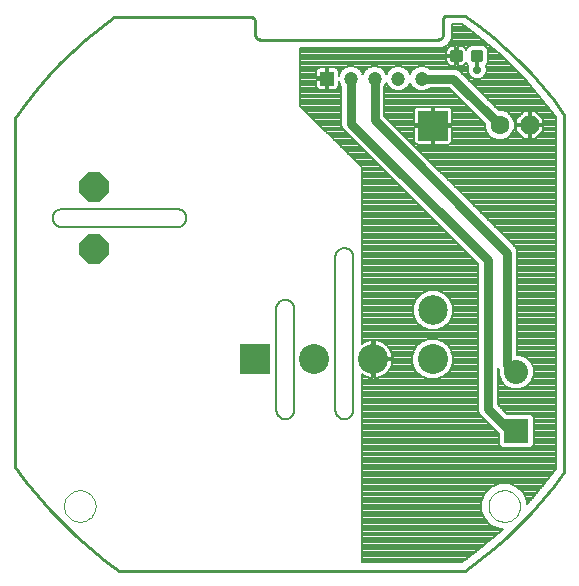
<source format=gbl>
G75*
G70*
%OFA0B0*%
%FSLAX24Y24*%
%IPPOS*%
%LPD*%
%AMOC8*
5,1,8,0,0,1.08239X$1,22.5*
%
%ADD10C,0.0100*%
%ADD11C,0.0000*%
%ADD12C,0.0080*%
%ADD13OC8,0.0984*%
%ADD14C,0.0984*%
%ADD15R,0.0984X0.0984*%
%ADD16R,0.0800X0.0800*%
%ADD17C,0.0800*%
%ADD18R,0.1000X0.1000*%
%ADD19C,0.1000*%
%ADD20R,0.0472X0.0472*%
%ADD21C,0.0472*%
%ADD22C,0.0630*%
%ADD23OC8,0.0630*%
%ADD24C,0.0118*%
%ADD25C,0.0300*%
%ADD26C,0.0140*%
%ADD27C,0.0280*%
D10*
X003600Y000390D02*
X015150Y000390D01*
X018450Y003690D02*
X018450Y015590D01*
X015150Y018890D02*
X014550Y018890D01*
X014527Y018888D01*
X014504Y018883D01*
X014482Y018874D01*
X014462Y018861D01*
X014444Y018846D01*
X014429Y018828D01*
X014416Y018808D01*
X014407Y018786D01*
X014402Y018763D01*
X014400Y018740D01*
X014400Y018240D01*
X014398Y018217D01*
X014393Y018194D01*
X014384Y018172D01*
X014371Y018152D01*
X014356Y018134D01*
X014338Y018119D01*
X014318Y018106D01*
X014296Y018097D01*
X014273Y018092D01*
X014250Y018090D01*
X008300Y018090D01*
X008277Y018092D01*
X008254Y018097D01*
X008232Y018106D01*
X008212Y018119D01*
X008194Y018134D01*
X008179Y018152D01*
X008166Y018172D01*
X008157Y018194D01*
X008152Y018217D01*
X008150Y018240D01*
X008150Y018690D01*
X008148Y018713D01*
X008143Y018736D01*
X008134Y018758D01*
X008121Y018778D01*
X008106Y018796D01*
X008088Y018811D01*
X008068Y018824D01*
X008046Y018833D01*
X008023Y018838D01*
X008000Y018840D01*
X003450Y018840D01*
X000150Y015490D02*
X000150Y003840D01*
X015150Y018890D02*
X015623Y018543D01*
X016080Y018176D01*
X016521Y017790D01*
X016944Y017384D01*
X017350Y016961D01*
X017736Y016520D01*
X018103Y016063D01*
X018450Y015590D01*
X003600Y000390D02*
X003106Y000752D01*
X002627Y001136D01*
X002167Y001540D01*
X001724Y001964D01*
X001300Y002407D01*
X000896Y002867D01*
X000512Y003346D01*
X000150Y003840D01*
X015150Y000390D02*
X015623Y000737D01*
X016080Y001104D01*
X016521Y001490D01*
X016944Y001896D01*
X017350Y002319D01*
X017736Y002760D01*
X018103Y003217D01*
X018450Y003690D01*
X003450Y018840D02*
X002976Y018487D01*
X002518Y018114D01*
X002077Y017721D01*
X001653Y017309D01*
X001248Y016879D01*
X000862Y016432D01*
X000495Y015969D01*
X000150Y015490D01*
D11*
X001775Y002540D02*
X001777Y002585D01*
X001783Y002630D01*
X001792Y002674D01*
X001806Y002717D01*
X001823Y002759D01*
X001843Y002799D01*
X001867Y002838D01*
X001895Y002874D01*
X001925Y002907D01*
X001958Y002938D01*
X001993Y002966D01*
X002031Y002991D01*
X002071Y003012D01*
X002112Y003030D01*
X002155Y003045D01*
X002199Y003055D01*
X002244Y003062D01*
X002289Y003065D01*
X002334Y003064D01*
X002379Y003059D01*
X002423Y003050D01*
X002467Y003038D01*
X002509Y003022D01*
X002549Y003002D01*
X002588Y002979D01*
X002625Y002952D01*
X002659Y002923D01*
X002691Y002891D01*
X002719Y002856D01*
X002745Y002819D01*
X002767Y002779D01*
X002786Y002738D01*
X002801Y002696D01*
X002813Y002652D01*
X002821Y002608D01*
X002825Y002563D01*
X002825Y002517D01*
X002821Y002472D01*
X002813Y002428D01*
X002801Y002384D01*
X002786Y002342D01*
X002767Y002301D01*
X002745Y002261D01*
X002719Y002224D01*
X002691Y002189D01*
X002659Y002157D01*
X002625Y002128D01*
X002588Y002101D01*
X002549Y002078D01*
X002509Y002058D01*
X002467Y002042D01*
X002423Y002030D01*
X002379Y002021D01*
X002334Y002016D01*
X002289Y002015D01*
X002244Y002018D01*
X002199Y002025D01*
X002155Y002035D01*
X002112Y002050D01*
X002071Y002068D01*
X002031Y002089D01*
X001993Y002114D01*
X001958Y002142D01*
X001925Y002173D01*
X001895Y002206D01*
X001867Y002242D01*
X001843Y002281D01*
X001823Y002321D01*
X001806Y002363D01*
X001792Y002406D01*
X001783Y002450D01*
X001777Y002495D01*
X001775Y002540D01*
X015925Y002540D02*
X015927Y002585D01*
X015933Y002630D01*
X015942Y002674D01*
X015956Y002717D01*
X015973Y002759D01*
X015993Y002799D01*
X016017Y002838D01*
X016045Y002874D01*
X016075Y002907D01*
X016108Y002938D01*
X016143Y002966D01*
X016181Y002991D01*
X016221Y003012D01*
X016262Y003030D01*
X016305Y003045D01*
X016349Y003055D01*
X016394Y003062D01*
X016439Y003065D01*
X016484Y003064D01*
X016529Y003059D01*
X016573Y003050D01*
X016617Y003038D01*
X016659Y003022D01*
X016699Y003002D01*
X016738Y002979D01*
X016775Y002952D01*
X016809Y002923D01*
X016841Y002891D01*
X016869Y002856D01*
X016895Y002819D01*
X016917Y002779D01*
X016936Y002738D01*
X016951Y002696D01*
X016963Y002652D01*
X016971Y002608D01*
X016975Y002563D01*
X016975Y002517D01*
X016971Y002472D01*
X016963Y002428D01*
X016951Y002384D01*
X016936Y002342D01*
X016917Y002301D01*
X016895Y002261D01*
X016869Y002224D01*
X016841Y002189D01*
X016809Y002157D01*
X016775Y002128D01*
X016738Y002101D01*
X016699Y002078D01*
X016659Y002058D01*
X016617Y002042D01*
X016573Y002030D01*
X016529Y002021D01*
X016484Y002016D01*
X016439Y002015D01*
X016394Y002018D01*
X016349Y002025D01*
X016305Y002035D01*
X016262Y002050D01*
X016221Y002068D01*
X016181Y002089D01*
X016143Y002114D01*
X016108Y002142D01*
X016075Y002173D01*
X016045Y002206D01*
X016017Y002242D01*
X015993Y002281D01*
X015973Y002321D01*
X015956Y002363D01*
X015942Y002406D01*
X015933Y002450D01*
X015927Y002495D01*
X015925Y002540D01*
D12*
X015685Y002510D02*
X011700Y002510D01*
X011700Y002588D02*
X015685Y002588D01*
X015685Y002667D02*
X011700Y002667D01*
X011700Y002745D02*
X015707Y002745D01*
X015685Y002692D02*
X015685Y002388D01*
X015801Y002107D01*
X016017Y001891D01*
X016298Y001775D01*
X016396Y001775D01*
X016325Y001704D01*
X015446Y000967D01*
X015446Y000967D01*
X015055Y000680D01*
X011700Y000680D01*
X011700Y006931D01*
X011732Y006907D01*
X011805Y006865D01*
X011882Y006833D01*
X011963Y006811D01*
X012047Y006800D01*
X012049Y006800D01*
X012049Y007400D01*
X012129Y007400D01*
X012129Y007480D01*
X012729Y007480D01*
X012729Y007482D01*
X012718Y007565D01*
X012696Y007646D01*
X012664Y007724D01*
X012622Y007796D01*
X012571Y007863D01*
X012511Y007922D01*
X012445Y007973D01*
X012372Y008015D01*
X012295Y008047D01*
X012214Y008069D01*
X012130Y008080D01*
X012129Y008080D01*
X012129Y007480D01*
X012049Y007480D01*
X012049Y008080D01*
X012047Y008080D01*
X011963Y008069D01*
X011882Y008047D01*
X011805Y008015D01*
X011732Y007973D01*
X011700Y007949D01*
X011700Y013840D01*
X009650Y015890D01*
X009650Y017800D01*
X014368Y017800D01*
X014572Y017918D01*
X014690Y018122D01*
X014690Y018600D01*
X015055Y018600D01*
X015446Y018313D01*
X016325Y017576D01*
X017136Y016765D01*
X017873Y015886D01*
X018160Y015495D01*
X018160Y003785D01*
X017873Y003394D01*
X017215Y002609D01*
X017215Y002692D01*
X017099Y002973D01*
X016883Y003189D01*
X016602Y003305D01*
X016298Y003305D01*
X016017Y003189D01*
X015801Y002973D01*
X015685Y002692D01*
X015739Y002824D02*
X011700Y002824D01*
X011700Y002902D02*
X015772Y002902D01*
X015809Y002981D02*
X011700Y002981D01*
X011700Y003059D02*
X015887Y003059D01*
X015966Y003138D02*
X011700Y003138D01*
X011700Y003216D02*
X016083Y003216D01*
X016273Y003295D02*
X011700Y003295D01*
X011700Y003373D02*
X017856Y003373D01*
X017916Y003452D02*
X011700Y003452D01*
X011700Y003530D02*
X017973Y003530D01*
X018031Y003609D02*
X011700Y003609D01*
X011700Y003687D02*
X018088Y003687D01*
X018146Y003766D02*
X011700Y003766D01*
X011700Y003844D02*
X018160Y003844D01*
X018160Y003923D02*
X011700Y003923D01*
X011700Y004001D02*
X018160Y004001D01*
X018160Y004080D02*
X011700Y004080D01*
X011700Y004158D02*
X018160Y004158D01*
X018160Y004237D02*
X011700Y004237D01*
X011700Y004315D02*
X018160Y004315D01*
X018160Y004394D02*
X011700Y004394D01*
X011700Y004472D02*
X016367Y004472D01*
X016377Y004462D02*
X017326Y004462D01*
X017431Y004567D01*
X017431Y005517D01*
X017326Y005622D01*
X016535Y005622D01*
X016230Y005927D01*
X016230Y007150D01*
X016270Y007053D01*
X016271Y007052D01*
X016271Y006895D01*
X016359Y006682D01*
X016523Y006519D01*
X016736Y006431D01*
X016967Y006431D01*
X017180Y006519D01*
X017343Y006682D01*
X017431Y006895D01*
X017431Y007126D01*
X017343Y007339D01*
X017180Y007502D01*
X016967Y007591D01*
X016880Y007591D01*
X016880Y011056D01*
X016830Y011177D01*
X012455Y015552D01*
X012455Y016531D01*
X012478Y016554D01*
X012519Y016653D01*
X012559Y016554D01*
X012676Y016437D01*
X012829Y016374D01*
X012995Y016374D01*
X013148Y016437D01*
X013265Y016554D01*
X013306Y016653D01*
X013347Y016554D01*
X013464Y016437D01*
X013617Y016374D01*
X013782Y016374D01*
X013935Y016437D01*
X013958Y016460D01*
X014613Y016460D01*
X015805Y015268D01*
X015805Y015142D01*
X015880Y014960D01*
X016020Y014820D01*
X016202Y014745D01*
X016398Y014745D01*
X016580Y014820D01*
X016720Y014960D01*
X016795Y015142D01*
X016795Y015338D01*
X016720Y015520D01*
X016580Y015660D01*
X016398Y015735D01*
X016272Y015735D01*
X014937Y017070D01*
X014816Y017120D01*
X013958Y017120D01*
X013935Y017143D01*
X013782Y017206D01*
X013617Y017206D01*
X013464Y017143D01*
X013347Y017026D01*
X013306Y016927D01*
X013265Y017026D01*
X013148Y017143D01*
X012995Y017206D01*
X012829Y017206D01*
X012676Y017143D01*
X012559Y017026D01*
X012519Y016927D01*
X012478Y017026D01*
X012361Y017143D01*
X012208Y017206D01*
X012042Y017206D01*
X011889Y017143D01*
X011772Y017026D01*
X011731Y016927D01*
X011690Y017026D01*
X011573Y017143D01*
X011420Y017206D01*
X011255Y017206D01*
X011102Y017143D01*
X010985Y017026D01*
X010926Y016885D01*
X010926Y017045D01*
X010917Y017080D01*
X010898Y017112D01*
X010872Y017138D01*
X010840Y017157D01*
X010805Y017166D01*
X010589Y017166D01*
X010589Y016829D01*
X010511Y016829D01*
X010511Y017166D01*
X010295Y017166D01*
X010260Y017157D01*
X010228Y017138D01*
X010202Y017112D01*
X010183Y017080D01*
X010174Y017045D01*
X010174Y016829D01*
X010511Y016829D01*
X010511Y016751D01*
X010589Y016751D01*
X010589Y016414D01*
X010805Y016414D01*
X010840Y016423D01*
X010872Y016442D01*
X010898Y016468D01*
X010917Y016500D01*
X010926Y016535D01*
X010926Y016695D01*
X010985Y016554D01*
X011020Y016519D01*
X011020Y015224D01*
X011070Y015103D01*
X011163Y015010D01*
X015570Y010603D01*
X015570Y005724D01*
X015620Y005603D01*
X015713Y005510D01*
X016271Y004952D01*
X016271Y004567D01*
X016377Y004462D01*
X016288Y004551D02*
X011700Y004551D01*
X011700Y004629D02*
X016271Y004629D01*
X016271Y004708D02*
X011700Y004708D01*
X011700Y004786D02*
X016271Y004786D01*
X016271Y004865D02*
X011700Y004865D01*
X011700Y004943D02*
X016271Y004943D01*
X016202Y005022D02*
X011700Y005022D01*
X011700Y005100D02*
X016123Y005100D01*
X016045Y005179D02*
X011700Y005179D01*
X011700Y005257D02*
X015966Y005257D01*
X015888Y005336D02*
X011700Y005336D01*
X011700Y005414D02*
X015809Y005414D01*
X015731Y005493D02*
X011700Y005493D01*
X011700Y005571D02*
X015652Y005571D01*
X015601Y005650D02*
X011700Y005650D01*
X011700Y005728D02*
X015570Y005728D01*
X015570Y005807D02*
X011700Y005807D01*
X011700Y005885D02*
X015570Y005885D01*
X015570Y005964D02*
X011700Y005964D01*
X011700Y006042D02*
X015570Y006042D01*
X015570Y006121D02*
X011700Y006121D01*
X011700Y006199D02*
X015570Y006199D01*
X015570Y006278D02*
X011700Y006278D01*
X011700Y006356D02*
X015570Y006356D01*
X015570Y006435D02*
X011700Y006435D01*
X011700Y006513D02*
X015570Y006513D01*
X015570Y006592D02*
X011700Y006592D01*
X011700Y006670D02*
X015570Y006670D01*
X015570Y006749D02*
X011700Y006749D01*
X011700Y006827D02*
X011903Y006827D01*
X012049Y006827D02*
X012129Y006827D01*
X012129Y006800D02*
X012130Y006800D01*
X012214Y006811D01*
X012295Y006833D01*
X012372Y006865D01*
X012445Y006907D01*
X012511Y006958D01*
X012571Y007017D01*
X012622Y007084D01*
X012664Y007156D01*
X012696Y007234D01*
X012718Y007315D01*
X012729Y007398D01*
X012729Y007400D01*
X012129Y007400D01*
X012129Y006800D01*
X012129Y006906D02*
X012049Y006906D01*
X012049Y006984D02*
X012129Y006984D01*
X012129Y007063D02*
X012049Y007063D01*
X012049Y007141D02*
X012129Y007141D01*
X012129Y007220D02*
X012049Y007220D01*
X012049Y007298D02*
X012129Y007298D01*
X012129Y007377D02*
X012049Y007377D01*
X012129Y007455D02*
X013377Y007455D01*
X013377Y007377D02*
X012726Y007377D01*
X012713Y007298D02*
X013380Y007298D01*
X013377Y007305D02*
X013481Y007055D01*
X013672Y006864D01*
X013922Y006760D01*
X014192Y006760D01*
X014442Y006864D01*
X014633Y007055D01*
X014737Y007305D01*
X014737Y007575D01*
X014633Y007825D01*
X014442Y008016D01*
X014192Y008120D01*
X013922Y008120D01*
X013672Y008016D01*
X013481Y007825D01*
X013377Y007575D01*
X013377Y007305D01*
X013412Y007220D02*
X012690Y007220D01*
X012655Y007141D02*
X013445Y007141D01*
X013477Y007063D02*
X012606Y007063D01*
X012538Y006984D02*
X013551Y006984D01*
X013630Y006906D02*
X012443Y006906D01*
X012274Y006827D02*
X013760Y006827D01*
X014354Y006827D02*
X015570Y006827D01*
X015570Y006906D02*
X014484Y006906D01*
X014563Y006984D02*
X015570Y006984D01*
X015570Y007063D02*
X014637Y007063D01*
X014669Y007141D02*
X015570Y007141D01*
X015570Y007220D02*
X014702Y007220D01*
X014734Y007298D02*
X015570Y007298D01*
X015570Y007377D02*
X014737Y007377D01*
X014737Y007455D02*
X015570Y007455D01*
X015570Y007534D02*
X014737Y007534D01*
X014722Y007612D02*
X015570Y007612D01*
X015570Y007691D02*
X014689Y007691D01*
X014657Y007769D02*
X015570Y007769D01*
X015570Y007848D02*
X014611Y007848D01*
X014533Y007926D02*
X015570Y007926D01*
X015570Y008005D02*
X014454Y008005D01*
X014282Y008083D02*
X015570Y008083D01*
X015570Y008162D02*
X011700Y008162D01*
X011700Y008240D02*
X015570Y008240D01*
X015570Y008319D02*
X011700Y008319D01*
X011700Y008397D02*
X015570Y008397D01*
X015570Y008476D02*
X014395Y008476D01*
X014453Y008500D02*
X014642Y008689D01*
X014745Y008936D01*
X014745Y009203D01*
X014642Y009450D01*
X014453Y009639D01*
X014206Y009742D01*
X013939Y009742D01*
X013692Y009639D01*
X013503Y009450D01*
X013400Y009203D01*
X013400Y008936D01*
X013503Y008689D01*
X013692Y008500D01*
X013939Y008397D01*
X014206Y008397D01*
X014453Y008500D01*
X014507Y008554D02*
X015570Y008554D01*
X015570Y008633D02*
X014586Y008633D01*
X014651Y008711D02*
X015570Y008711D01*
X015570Y008790D02*
X014684Y008790D01*
X014716Y008868D02*
X015570Y008868D01*
X015570Y008947D02*
X014745Y008947D01*
X014745Y009025D02*
X015570Y009025D01*
X015570Y009104D02*
X014745Y009104D01*
X014745Y009182D02*
X015570Y009182D01*
X015570Y009261D02*
X014721Y009261D01*
X014688Y009339D02*
X015570Y009339D01*
X015570Y009418D02*
X014656Y009418D01*
X014596Y009496D02*
X015570Y009496D01*
X015570Y009575D02*
X014518Y009575D01*
X014420Y009653D02*
X015570Y009653D01*
X015570Y009732D02*
X014231Y009732D01*
X013914Y009732D02*
X011700Y009732D01*
X011700Y009810D02*
X015570Y009810D01*
X015570Y009889D02*
X011700Y009889D01*
X011700Y009967D02*
X015570Y009967D01*
X015570Y010046D02*
X011700Y010046D01*
X011700Y010124D02*
X015570Y010124D01*
X015570Y010203D02*
X011700Y010203D01*
X011700Y010281D02*
X015570Y010281D01*
X015570Y010360D02*
X011700Y010360D01*
X011700Y010438D02*
X015570Y010438D01*
X015570Y010517D02*
X011700Y010517D01*
X011700Y010595D02*
X015570Y010595D01*
X015500Y010674D02*
X011700Y010674D01*
X011700Y010752D02*
X015421Y010752D01*
X015343Y010831D02*
X011700Y010831D01*
X011700Y010909D02*
X015264Y010909D01*
X015186Y010988D02*
X011700Y010988D01*
X011700Y011066D02*
X015107Y011066D01*
X015029Y011145D02*
X011700Y011145D01*
X011700Y011223D02*
X014950Y011223D01*
X014872Y011302D02*
X011700Y011302D01*
X011700Y011380D02*
X014793Y011380D01*
X014715Y011459D02*
X011700Y011459D01*
X011700Y011537D02*
X014636Y011537D01*
X014558Y011616D02*
X011700Y011616D01*
X011700Y011694D02*
X014479Y011694D01*
X014401Y011773D02*
X011700Y011773D01*
X011700Y011851D02*
X014322Y011851D01*
X014244Y011930D02*
X011700Y011930D01*
X011700Y012008D02*
X014165Y012008D01*
X014087Y012087D02*
X011700Y012087D01*
X011700Y012165D02*
X014008Y012165D01*
X013930Y012244D02*
X011700Y012244D01*
X011700Y012322D02*
X013851Y012322D01*
X013773Y012401D02*
X011700Y012401D01*
X011700Y012479D02*
X013694Y012479D01*
X013616Y012558D02*
X011700Y012558D01*
X011700Y012636D02*
X013537Y012636D01*
X013459Y012715D02*
X011700Y012715D01*
X011700Y012793D02*
X013380Y012793D01*
X013302Y012872D02*
X011700Y012872D01*
X011700Y012950D02*
X013223Y012950D01*
X013145Y013029D02*
X011700Y013029D01*
X011700Y013107D02*
X013066Y013107D01*
X012988Y013186D02*
X011700Y013186D01*
X011700Y013264D02*
X012909Y013264D01*
X012831Y013343D02*
X011700Y013343D01*
X011700Y013421D02*
X012752Y013421D01*
X012674Y013500D02*
X011700Y013500D01*
X011700Y013578D02*
X012595Y013578D01*
X012517Y013657D02*
X011700Y013657D01*
X011700Y013735D02*
X012438Y013735D01*
X012360Y013814D02*
X011700Y013814D01*
X011648Y013892D02*
X012281Y013892D01*
X012203Y013971D02*
X011569Y013971D01*
X011491Y014049D02*
X012124Y014049D01*
X012046Y014128D02*
X011412Y014128D01*
X011334Y014206D02*
X011967Y014206D01*
X011889Y014285D02*
X011255Y014285D01*
X011177Y014363D02*
X011810Y014363D01*
X011732Y014442D02*
X011098Y014442D01*
X011020Y014520D02*
X011653Y014520D01*
X011575Y014599D02*
X010941Y014599D01*
X010863Y014677D02*
X011496Y014677D01*
X011418Y014756D02*
X010784Y014756D01*
X010706Y014834D02*
X011339Y014834D01*
X011261Y014913D02*
X010627Y014913D01*
X010549Y014991D02*
X011182Y014991D01*
X011104Y015070D02*
X010470Y015070D01*
X010392Y015148D02*
X011052Y015148D01*
X011020Y015227D02*
X010313Y015227D01*
X010235Y015305D02*
X011020Y015305D01*
X011020Y015384D02*
X010156Y015384D01*
X010078Y015462D02*
X011020Y015462D01*
X011020Y015541D02*
X009999Y015541D01*
X009921Y015619D02*
X011020Y015619D01*
X011020Y015698D02*
X009842Y015698D01*
X009764Y015776D02*
X011020Y015776D01*
X011020Y015855D02*
X009685Y015855D01*
X009650Y015933D02*
X011020Y015933D01*
X011020Y016012D02*
X009650Y016012D01*
X009650Y016090D02*
X011020Y016090D01*
X011020Y016169D02*
X009650Y016169D01*
X009650Y016247D02*
X011020Y016247D01*
X011020Y016326D02*
X009650Y016326D01*
X009650Y016404D02*
X011020Y016404D01*
X011020Y016483D02*
X010907Y016483D01*
X010926Y016561D02*
X010982Y016561D01*
X010949Y016640D02*
X010926Y016640D01*
X010926Y016954D02*
X010955Y016954D01*
X010926Y017032D02*
X010991Y017032D01*
X011069Y017111D02*
X010899Y017111D01*
X011213Y017189D02*
X009650Y017189D01*
X009650Y017111D02*
X010201Y017111D01*
X010174Y017032D02*
X009650Y017032D01*
X009650Y016954D02*
X010174Y016954D01*
X010174Y016875D02*
X009650Y016875D01*
X009650Y016797D02*
X010511Y016797D01*
X010511Y016751D02*
X010174Y016751D01*
X010174Y016535D01*
X010183Y016500D01*
X010202Y016468D01*
X010228Y016442D01*
X010260Y016423D01*
X010295Y016414D01*
X010511Y016414D01*
X010511Y016751D01*
X010511Y016718D02*
X010589Y016718D01*
X010589Y016640D02*
X010511Y016640D01*
X010511Y016561D02*
X010589Y016561D01*
X010589Y016483D02*
X010511Y016483D01*
X010193Y016483D02*
X009650Y016483D01*
X009650Y016561D02*
X010174Y016561D01*
X010174Y016640D02*
X009650Y016640D01*
X009650Y016718D02*
X010174Y016718D01*
X010511Y016875D02*
X010589Y016875D01*
X010589Y016954D02*
X010511Y016954D01*
X010511Y017032D02*
X010589Y017032D01*
X010589Y017111D02*
X010511Y017111D01*
X009650Y017268D02*
X014570Y017268D01*
X014558Y017280D02*
X014595Y017243D01*
X014640Y017217D01*
X014691Y017203D01*
X014815Y017203D01*
X014815Y017500D01*
X014895Y017500D01*
X014895Y017203D01*
X015019Y017203D01*
X015069Y017217D01*
X015115Y017243D01*
X015152Y017280D01*
X015178Y017325D01*
X015179Y017329D01*
X015205Y017267D01*
X015256Y017216D01*
X015230Y017154D01*
X015230Y017026D01*
X015279Y016909D01*
X015369Y016819D01*
X015486Y016770D01*
X015614Y016770D01*
X015731Y016819D01*
X015821Y016909D01*
X015870Y017026D01*
X015870Y017154D01*
X015841Y017223D01*
X015886Y017267D01*
X015922Y017355D01*
X015922Y017725D01*
X015886Y017813D01*
X015818Y017880D01*
X015731Y017917D01*
X015360Y017917D01*
X015272Y017880D01*
X015205Y017813D01*
X015179Y017751D01*
X015178Y017755D01*
X015152Y017800D01*
X015115Y017837D01*
X015069Y017863D01*
X015019Y017877D01*
X014895Y017877D01*
X014895Y017580D01*
X014815Y017580D01*
X014815Y017877D01*
X014691Y017877D01*
X014640Y017863D01*
X014595Y017837D01*
X014558Y017800D01*
X014531Y017755D01*
X014518Y017704D01*
X014518Y017580D01*
X014815Y017580D01*
X014815Y017500D01*
X014518Y017500D01*
X014518Y017376D01*
X014531Y017325D01*
X014558Y017280D01*
X014526Y017346D02*
X009650Y017346D01*
X009650Y017425D02*
X014518Y017425D01*
X014518Y017582D02*
X009650Y017582D01*
X009650Y017660D02*
X014518Y017660D01*
X014527Y017739D02*
X009650Y017739D01*
X009650Y017503D02*
X014815Y017503D01*
X014815Y017425D02*
X014895Y017425D01*
X014895Y017346D02*
X014815Y017346D01*
X014815Y017268D02*
X014895Y017268D01*
X014838Y017111D02*
X015230Y017111D01*
X015230Y017032D02*
X014975Y017032D01*
X015053Y016954D02*
X015260Y016954D01*
X015312Y016875D02*
X015132Y016875D01*
X015210Y016797D02*
X015422Y016797D01*
X015289Y016718D02*
X017175Y016718D01*
X017241Y016640D02*
X015367Y016640D01*
X015446Y016561D02*
X017307Y016561D01*
X017373Y016483D02*
X015524Y016483D01*
X015603Y016404D02*
X017439Y016404D01*
X017505Y016326D02*
X015681Y016326D01*
X015760Y016247D02*
X017571Y016247D01*
X017636Y016169D02*
X015838Y016169D01*
X015917Y016090D02*
X017702Y016090D01*
X017768Y016012D02*
X015995Y016012D01*
X016074Y015933D02*
X017834Y015933D01*
X017897Y015855D02*
X016152Y015855D01*
X016231Y015776D02*
X017954Y015776D01*
X018012Y015698D02*
X016489Y015698D01*
X016621Y015619D02*
X017036Y015619D01*
X017112Y015695D02*
X016845Y015428D01*
X016845Y015280D01*
X017260Y015280D01*
X017260Y015695D01*
X017112Y015695D01*
X017260Y015619D02*
X017340Y015619D01*
X017340Y015695D02*
X017488Y015695D01*
X017755Y015428D01*
X017755Y015280D01*
X017340Y015280D01*
X017340Y015200D01*
X017755Y015200D01*
X017755Y015052D01*
X017488Y014785D01*
X017340Y014785D01*
X017340Y015200D01*
X017260Y015200D01*
X017260Y014785D01*
X017112Y014785D01*
X016845Y015052D01*
X016845Y015200D01*
X017260Y015200D01*
X017260Y015280D01*
X017340Y015280D01*
X017340Y015695D01*
X017340Y015541D02*
X017260Y015541D01*
X017260Y015462D02*
X017340Y015462D01*
X017340Y015384D02*
X017260Y015384D01*
X017260Y015305D02*
X017340Y015305D01*
X017340Y015227D02*
X018160Y015227D01*
X018160Y015305D02*
X017755Y015305D01*
X017755Y015384D02*
X018160Y015384D01*
X018160Y015462D02*
X017721Y015462D01*
X017643Y015541D02*
X018127Y015541D01*
X018069Y015619D02*
X017564Y015619D01*
X017260Y015227D02*
X016795Y015227D01*
X016795Y015305D02*
X016845Y015305D01*
X016845Y015384D02*
X016776Y015384D01*
X016744Y015462D02*
X016879Y015462D01*
X016957Y015541D02*
X016699Y015541D01*
X016795Y015148D02*
X016845Y015148D01*
X016845Y015070D02*
X016765Y015070D01*
X016733Y014991D02*
X016905Y014991D01*
X016984Y014913D02*
X016673Y014913D01*
X016594Y014834D02*
X017062Y014834D01*
X017260Y014834D02*
X017340Y014834D01*
X017340Y014913D02*
X017260Y014913D01*
X017260Y014991D02*
X017340Y014991D01*
X017340Y015070D02*
X017260Y015070D01*
X017260Y015148D02*
X017340Y015148D01*
X017616Y014913D02*
X018160Y014913D01*
X018160Y014991D02*
X017695Y014991D01*
X017755Y015070D02*
X018160Y015070D01*
X018160Y015148D02*
X017755Y015148D01*
X017538Y014834D02*
X018160Y014834D01*
X018160Y014756D02*
X016424Y014756D01*
X016176Y014756D02*
X014705Y014756D01*
X014705Y014713D02*
X014705Y015183D01*
X014112Y015183D01*
X014112Y014591D01*
X014583Y014591D01*
X014619Y014600D01*
X014651Y014619D01*
X014677Y014645D01*
X014695Y014677D01*
X018160Y014677D01*
X018160Y014599D02*
X014611Y014599D01*
X014695Y014677D02*
X014705Y014713D01*
X014705Y014834D02*
X016006Y014834D01*
X015927Y014913D02*
X014705Y014913D01*
X014705Y014991D02*
X015867Y014991D01*
X015835Y015070D02*
X014705Y015070D01*
X014705Y015148D02*
X015805Y015148D01*
X015805Y015227D02*
X014112Y015227D01*
X014112Y015263D02*
X014112Y015183D01*
X014032Y015183D01*
X013440Y015183D01*
X013440Y014713D01*
X013450Y014677D01*
X013468Y014645D01*
X013494Y014619D01*
X013526Y014600D01*
X013562Y014591D01*
X014032Y014591D01*
X014032Y015183D01*
X014032Y015263D01*
X013440Y015263D01*
X013440Y015734D01*
X013450Y015769D01*
X013468Y015801D01*
X013494Y015827D01*
X013526Y015846D01*
X013562Y015855D01*
X014032Y015855D01*
X014032Y015263D01*
X014112Y015263D01*
X014112Y015855D01*
X014583Y015855D01*
X014619Y015846D01*
X014651Y015827D01*
X014677Y015801D01*
X014695Y015769D01*
X014705Y015734D01*
X014705Y015263D01*
X014112Y015263D01*
X014112Y015305D02*
X014032Y015305D01*
X014032Y015227D02*
X012780Y015227D01*
X012702Y015305D02*
X013440Y015305D01*
X013440Y015384D02*
X012623Y015384D01*
X012545Y015462D02*
X013440Y015462D01*
X013440Y015541D02*
X012466Y015541D01*
X012455Y015619D02*
X013440Y015619D01*
X013440Y015698D02*
X012455Y015698D01*
X012455Y015776D02*
X013454Y015776D01*
X013559Y015855D02*
X012455Y015855D01*
X012455Y015933D02*
X015140Y015933D01*
X015062Y016012D02*
X012455Y016012D01*
X012455Y016090D02*
X014983Y016090D01*
X014905Y016169D02*
X012455Y016169D01*
X012455Y016247D02*
X014826Y016247D01*
X014748Y016326D02*
X012455Y016326D01*
X012455Y016404D02*
X012756Y016404D01*
X012631Y016483D02*
X012455Y016483D01*
X012480Y016561D02*
X012557Y016561D01*
X012524Y016640D02*
X012513Y016640D01*
X012508Y016954D02*
X012529Y016954D01*
X012566Y017032D02*
X012471Y017032D01*
X012393Y017111D02*
X012644Y017111D01*
X012788Y017189D02*
X012249Y017189D01*
X012001Y017189D02*
X011462Y017189D01*
X011605Y017111D02*
X011857Y017111D01*
X011778Y017032D02*
X011684Y017032D01*
X011720Y016954D02*
X011742Y016954D01*
X013036Y017189D02*
X013575Y017189D01*
X013432Y017111D02*
X013180Y017111D01*
X013259Y017032D02*
X013353Y017032D01*
X013317Y016954D02*
X013295Y016954D01*
X013300Y016640D02*
X013311Y016640D01*
X013344Y016561D02*
X013268Y016561D01*
X013193Y016483D02*
X013418Y016483D01*
X013544Y016404D02*
X013068Y016404D01*
X013855Y016404D02*
X014669Y016404D01*
X014585Y015855D02*
X015219Y015855D01*
X015297Y015776D02*
X014691Y015776D01*
X014705Y015698D02*
X015376Y015698D01*
X015454Y015619D02*
X014705Y015619D01*
X014705Y015541D02*
X015533Y015541D01*
X015611Y015462D02*
X014705Y015462D01*
X014705Y015384D02*
X015690Y015384D01*
X015768Y015305D02*
X014705Y015305D01*
X014112Y015384D02*
X014032Y015384D01*
X014032Y015462D02*
X014112Y015462D01*
X014112Y015541D02*
X014032Y015541D01*
X014032Y015619D02*
X014112Y015619D01*
X014112Y015698D02*
X014032Y015698D01*
X014032Y015776D02*
X014112Y015776D01*
X014112Y015855D02*
X014032Y015855D01*
X014032Y015148D02*
X014112Y015148D01*
X014112Y015070D02*
X014032Y015070D01*
X014032Y014991D02*
X014112Y014991D01*
X014112Y014913D02*
X014032Y014913D01*
X014032Y014834D02*
X014112Y014834D01*
X014112Y014756D02*
X014032Y014756D01*
X014032Y014677D02*
X014112Y014677D01*
X014112Y014599D02*
X014032Y014599D01*
X013722Y014285D02*
X018160Y014285D01*
X018160Y014363D02*
X013644Y014363D01*
X013565Y014442D02*
X018160Y014442D01*
X018160Y014520D02*
X013487Y014520D01*
X013534Y014599D02*
X013408Y014599D01*
X013450Y014677D02*
X013330Y014677D01*
X013251Y014756D02*
X013440Y014756D01*
X013440Y014834D02*
X013173Y014834D01*
X013094Y014913D02*
X013440Y014913D01*
X013440Y014991D02*
X013016Y014991D01*
X012937Y015070D02*
X013440Y015070D01*
X013440Y015148D02*
X012859Y015148D01*
X013801Y014206D02*
X018160Y014206D01*
X018160Y014128D02*
X013879Y014128D01*
X013958Y014049D02*
X018160Y014049D01*
X018160Y013971D02*
X014036Y013971D01*
X014115Y013892D02*
X018160Y013892D01*
X018160Y013814D02*
X014193Y013814D01*
X014272Y013735D02*
X018160Y013735D01*
X018160Y013657D02*
X014350Y013657D01*
X014429Y013578D02*
X018160Y013578D01*
X018160Y013500D02*
X014507Y013500D01*
X014586Y013421D02*
X018160Y013421D01*
X018160Y013343D02*
X014664Y013343D01*
X014743Y013264D02*
X018160Y013264D01*
X018160Y013186D02*
X014821Y013186D01*
X014900Y013107D02*
X018160Y013107D01*
X018160Y013029D02*
X014978Y013029D01*
X015057Y012950D02*
X018160Y012950D01*
X018160Y012872D02*
X015135Y012872D01*
X015214Y012793D02*
X018160Y012793D01*
X018160Y012715D02*
X015292Y012715D01*
X015371Y012636D02*
X018160Y012636D01*
X018160Y012558D02*
X015449Y012558D01*
X015528Y012479D02*
X018160Y012479D01*
X018160Y012401D02*
X015606Y012401D01*
X015685Y012322D02*
X018160Y012322D01*
X018160Y012244D02*
X015763Y012244D01*
X015842Y012165D02*
X018160Y012165D01*
X018160Y012087D02*
X015920Y012087D01*
X015999Y012008D02*
X018160Y012008D01*
X018160Y011930D02*
X016077Y011930D01*
X016156Y011851D02*
X018160Y011851D01*
X018160Y011773D02*
X016234Y011773D01*
X016313Y011694D02*
X018160Y011694D01*
X018160Y011616D02*
X016391Y011616D01*
X016470Y011537D02*
X018160Y011537D01*
X018160Y011459D02*
X016548Y011459D01*
X016627Y011380D02*
X018160Y011380D01*
X018160Y011302D02*
X016705Y011302D01*
X016784Y011223D02*
X018160Y011223D01*
X018160Y011145D02*
X016843Y011145D01*
X016876Y011066D02*
X018160Y011066D01*
X018160Y010988D02*
X016880Y010988D01*
X016880Y010909D02*
X018160Y010909D01*
X018160Y010831D02*
X016880Y010831D01*
X016880Y010752D02*
X018160Y010752D01*
X018160Y010674D02*
X016880Y010674D01*
X016880Y010595D02*
X018160Y010595D01*
X018160Y010517D02*
X016880Y010517D01*
X016880Y010438D02*
X018160Y010438D01*
X018160Y010360D02*
X016880Y010360D01*
X016880Y010281D02*
X018160Y010281D01*
X018160Y010203D02*
X016880Y010203D01*
X016880Y010124D02*
X018160Y010124D01*
X018160Y010046D02*
X016880Y010046D01*
X016880Y009967D02*
X018160Y009967D01*
X018160Y009889D02*
X016880Y009889D01*
X016880Y009810D02*
X018160Y009810D01*
X018160Y009732D02*
X016880Y009732D01*
X016880Y009653D02*
X018160Y009653D01*
X018160Y009575D02*
X016880Y009575D01*
X016880Y009496D02*
X018160Y009496D01*
X018160Y009418D02*
X016880Y009418D01*
X016880Y009339D02*
X018160Y009339D01*
X018160Y009261D02*
X016880Y009261D01*
X016880Y009182D02*
X018160Y009182D01*
X018160Y009104D02*
X016880Y009104D01*
X016880Y009025D02*
X018160Y009025D01*
X018160Y008947D02*
X016880Y008947D01*
X016880Y008868D02*
X018160Y008868D01*
X018160Y008790D02*
X016880Y008790D01*
X016880Y008711D02*
X018160Y008711D01*
X018160Y008633D02*
X016880Y008633D01*
X016880Y008554D02*
X018160Y008554D01*
X018160Y008476D02*
X016880Y008476D01*
X016880Y008397D02*
X018160Y008397D01*
X018160Y008319D02*
X016880Y008319D01*
X016880Y008240D02*
X018160Y008240D01*
X018160Y008162D02*
X016880Y008162D01*
X016880Y008083D02*
X018160Y008083D01*
X018160Y008005D02*
X016880Y008005D01*
X016880Y007926D02*
X018160Y007926D01*
X018160Y007848D02*
X016880Y007848D01*
X016880Y007769D02*
X018160Y007769D01*
X018160Y007691D02*
X016880Y007691D01*
X016880Y007612D02*
X018160Y007612D01*
X018160Y007534D02*
X017104Y007534D01*
X017227Y007455D02*
X018160Y007455D01*
X018160Y007377D02*
X017305Y007377D01*
X017360Y007298D02*
X018160Y007298D01*
X018160Y007220D02*
X017392Y007220D01*
X017425Y007141D02*
X018160Y007141D01*
X018160Y007063D02*
X017431Y007063D01*
X017431Y006984D02*
X018160Y006984D01*
X018160Y006906D02*
X017431Y006906D01*
X017403Y006827D02*
X018160Y006827D01*
X018160Y006749D02*
X017370Y006749D01*
X017331Y006670D02*
X018160Y006670D01*
X018160Y006592D02*
X017252Y006592D01*
X017166Y006513D02*
X018160Y006513D01*
X018160Y006435D02*
X016976Y006435D01*
X016726Y006435D02*
X016230Y006435D01*
X016230Y006513D02*
X016537Y006513D01*
X016450Y006592D02*
X016230Y006592D01*
X016230Y006670D02*
X016371Y006670D01*
X016332Y006749D02*
X016230Y006749D01*
X016230Y006827D02*
X016299Y006827D01*
X016271Y006906D02*
X016230Y006906D01*
X016230Y006984D02*
X016271Y006984D01*
X016266Y007063D02*
X016230Y007063D01*
X016230Y007141D02*
X016234Y007141D01*
X016230Y006356D02*
X018160Y006356D01*
X018160Y006278D02*
X016230Y006278D01*
X016230Y006199D02*
X018160Y006199D01*
X018160Y006121D02*
X016230Y006121D01*
X016230Y006042D02*
X018160Y006042D01*
X018160Y005964D02*
X016230Y005964D01*
X016272Y005885D02*
X018160Y005885D01*
X018160Y005807D02*
X016350Y005807D01*
X016429Y005728D02*
X018160Y005728D01*
X018160Y005650D02*
X016507Y005650D01*
X017377Y005571D02*
X018160Y005571D01*
X018160Y005493D02*
X017431Y005493D01*
X017431Y005414D02*
X018160Y005414D01*
X018160Y005336D02*
X017431Y005336D01*
X017431Y005257D02*
X018160Y005257D01*
X018160Y005179D02*
X017431Y005179D01*
X017431Y005100D02*
X018160Y005100D01*
X018160Y005022D02*
X017431Y005022D01*
X017431Y004943D02*
X018160Y004943D01*
X018160Y004865D02*
X017431Y004865D01*
X017431Y004786D02*
X018160Y004786D01*
X018160Y004708D02*
X017431Y004708D01*
X017431Y004629D02*
X018160Y004629D01*
X018160Y004551D02*
X017414Y004551D01*
X017336Y004472D02*
X018160Y004472D01*
X017790Y003295D02*
X016627Y003295D01*
X016817Y003216D02*
X017724Y003216D01*
X017658Y003138D02*
X016934Y003138D01*
X017013Y003059D02*
X017592Y003059D01*
X017527Y002981D02*
X017091Y002981D01*
X017128Y002902D02*
X017461Y002902D01*
X017395Y002824D02*
X017161Y002824D01*
X017193Y002745D02*
X017329Y002745D01*
X017263Y002667D02*
X017215Y002667D01*
X016345Y001725D02*
X011700Y001725D01*
X011700Y001803D02*
X016230Y001803D01*
X016325Y001704D02*
X016325Y001704D01*
X016256Y001646D02*
X011700Y001646D01*
X011700Y001568D02*
X016162Y001568D01*
X016069Y001489D02*
X011700Y001489D01*
X011700Y001411D02*
X015975Y001411D01*
X015882Y001332D02*
X011700Y001332D01*
X011700Y001254D02*
X015788Y001254D01*
X015694Y001175D02*
X011700Y001175D01*
X011700Y001097D02*
X015601Y001097D01*
X015507Y001018D02*
X011700Y001018D01*
X011700Y000940D02*
X015409Y000940D01*
X015302Y000861D02*
X011700Y000861D01*
X011700Y000783D02*
X015195Y000783D01*
X015088Y000704D02*
X011700Y000704D01*
X011700Y001882D02*
X016041Y001882D01*
X015948Y001960D02*
X011700Y001960D01*
X011700Y002039D02*
X015870Y002039D01*
X015797Y002117D02*
X011700Y002117D01*
X011700Y002196D02*
X015765Y002196D01*
X015732Y002274D02*
X011700Y002274D01*
X011700Y002353D02*
X015700Y002353D01*
X015685Y002431D02*
X011700Y002431D01*
X011419Y005740D02*
X011419Y010840D01*
X011417Y010874D01*
X011411Y010907D01*
X011402Y010939D01*
X011389Y010970D01*
X011373Y011000D01*
X011354Y011027D01*
X011331Y011052D01*
X011306Y011075D01*
X011279Y011094D01*
X011249Y011110D01*
X011218Y011123D01*
X011186Y011132D01*
X011153Y011138D01*
X011119Y011140D01*
X011085Y011138D01*
X011052Y011132D01*
X011020Y011123D01*
X010989Y011110D01*
X010959Y011094D01*
X010932Y011075D01*
X010907Y011052D01*
X010884Y011027D01*
X010865Y011000D01*
X010849Y010970D01*
X010836Y010939D01*
X010827Y010907D01*
X010821Y010874D01*
X010819Y010840D01*
X010819Y005740D01*
X010821Y005706D01*
X010827Y005673D01*
X010836Y005641D01*
X010849Y005610D01*
X010865Y005580D01*
X010884Y005553D01*
X010907Y005528D01*
X010932Y005505D01*
X010959Y005486D01*
X010989Y005470D01*
X011020Y005457D01*
X011052Y005448D01*
X011085Y005442D01*
X011119Y005440D01*
X011153Y005442D01*
X011186Y005448D01*
X011218Y005457D01*
X011249Y005470D01*
X011279Y005486D01*
X011306Y005505D01*
X011331Y005528D01*
X011354Y005553D01*
X011373Y005580D01*
X011389Y005610D01*
X011402Y005641D01*
X011411Y005673D01*
X011417Y005706D01*
X011419Y005740D01*
X011700Y006906D02*
X011734Y006906D01*
X012049Y007534D02*
X012129Y007534D01*
X012129Y007612D02*
X012049Y007612D01*
X012049Y007691D02*
X012129Y007691D01*
X012129Y007769D02*
X012049Y007769D01*
X012049Y007848D02*
X012129Y007848D01*
X012129Y007926D02*
X012049Y007926D01*
X012049Y008005D02*
X012129Y008005D01*
X012391Y008005D02*
X013660Y008005D01*
X013581Y007926D02*
X012506Y007926D01*
X012583Y007848D02*
X013503Y007848D01*
X013457Y007769D02*
X012638Y007769D01*
X012677Y007691D02*
X013425Y007691D01*
X013392Y007612D02*
X012705Y007612D01*
X012722Y007534D02*
X013377Y007534D01*
X013832Y008083D02*
X011700Y008083D01*
X011700Y008005D02*
X011786Y008005D01*
X011700Y008476D02*
X013750Y008476D01*
X013637Y008554D02*
X011700Y008554D01*
X011700Y008633D02*
X013559Y008633D01*
X013493Y008711D02*
X011700Y008711D01*
X011700Y008790D02*
X013461Y008790D01*
X013428Y008868D02*
X011700Y008868D01*
X011700Y008947D02*
X013400Y008947D01*
X013400Y009025D02*
X011700Y009025D01*
X011700Y009104D02*
X013400Y009104D01*
X013400Y009182D02*
X011700Y009182D01*
X011700Y009261D02*
X013424Y009261D01*
X013457Y009339D02*
X011700Y009339D01*
X011700Y009418D02*
X013489Y009418D01*
X013548Y009496D02*
X011700Y009496D01*
X011700Y009575D02*
X013627Y009575D01*
X013725Y009653D02*
X011700Y009653D01*
X009450Y009090D02*
X009450Y005740D01*
X009448Y005706D01*
X009442Y005673D01*
X009433Y005641D01*
X009420Y005610D01*
X009404Y005580D01*
X009385Y005553D01*
X009362Y005528D01*
X009337Y005505D01*
X009310Y005486D01*
X009280Y005470D01*
X009249Y005457D01*
X009217Y005448D01*
X009184Y005442D01*
X009150Y005440D01*
X009116Y005442D01*
X009083Y005448D01*
X009051Y005457D01*
X009020Y005470D01*
X008990Y005486D01*
X008963Y005505D01*
X008938Y005528D01*
X008915Y005553D01*
X008896Y005580D01*
X008880Y005610D01*
X008867Y005641D01*
X008858Y005673D01*
X008852Y005706D01*
X008850Y005740D01*
X008850Y009140D01*
X008855Y009173D01*
X008863Y009206D01*
X008875Y009238D01*
X008891Y009268D01*
X008909Y009296D01*
X008931Y009322D01*
X008956Y009345D01*
X008983Y009365D01*
X009012Y009382D01*
X009042Y009396D01*
X009075Y009406D01*
X009108Y009413D01*
X009141Y009416D01*
X009175Y009415D01*
X009208Y009410D01*
X009241Y009402D01*
X009273Y009390D01*
X009303Y009374D01*
X009331Y009356D01*
X009357Y009334D01*
X009380Y009309D01*
X009400Y009282D01*
X009417Y009253D01*
X009431Y009223D01*
X009441Y009190D01*
X009448Y009157D01*
X009451Y009124D01*
X009450Y009090D01*
X005550Y011840D02*
X001700Y011840D01*
X001666Y011842D01*
X001633Y011848D01*
X001601Y011857D01*
X001570Y011870D01*
X001540Y011886D01*
X001513Y011905D01*
X001488Y011928D01*
X001465Y011953D01*
X001446Y011980D01*
X001430Y012010D01*
X001417Y012041D01*
X001408Y012073D01*
X001402Y012106D01*
X001400Y012140D01*
X001402Y012174D01*
X001408Y012207D01*
X001417Y012239D01*
X001430Y012270D01*
X001446Y012300D01*
X001465Y012327D01*
X001488Y012352D01*
X001513Y012375D01*
X001540Y012394D01*
X001570Y012410D01*
X001601Y012423D01*
X001633Y012432D01*
X001666Y012438D01*
X001700Y012440D01*
X005550Y012440D01*
X005584Y012438D01*
X005617Y012432D01*
X005649Y012423D01*
X005680Y012410D01*
X005710Y012394D01*
X005737Y012375D01*
X005762Y012352D01*
X005785Y012327D01*
X005804Y012300D01*
X005820Y012270D01*
X005833Y012239D01*
X005842Y012207D01*
X005848Y012174D01*
X005850Y012140D01*
X005848Y012106D01*
X005842Y012073D01*
X005833Y012041D01*
X005820Y012010D01*
X005804Y011980D01*
X005785Y011953D01*
X005762Y011928D01*
X005737Y011905D01*
X005710Y011886D01*
X005680Y011870D01*
X005649Y011857D01*
X005617Y011848D01*
X005584Y011842D01*
X005550Y011840D01*
X013824Y017189D02*
X015245Y017189D01*
X015205Y017268D02*
X015139Y017268D01*
X014895Y017582D02*
X014815Y017582D01*
X014815Y017660D02*
X014895Y017660D01*
X014895Y017739D02*
X014815Y017739D01*
X014815Y017817D02*
X014895Y017817D01*
X015135Y017817D02*
X015209Y017817D01*
X015309Y017896D02*
X014533Y017896D01*
X014572Y017918D02*
X014572Y017918D01*
X014572Y017918D01*
X014605Y017974D02*
X015851Y017974D01*
X015782Y017896D02*
X015944Y017896D01*
X015882Y017817D02*
X016038Y017817D01*
X016131Y017739D02*
X015917Y017739D01*
X015922Y017660D02*
X016225Y017660D01*
X016318Y017582D02*
X015922Y017582D01*
X015922Y017503D02*
X016398Y017503D01*
X016476Y017425D02*
X015922Y017425D01*
X015919Y017346D02*
X016555Y017346D01*
X016633Y017268D02*
X015886Y017268D01*
X015855Y017189D02*
X016712Y017189D01*
X016790Y017111D02*
X015870Y017111D01*
X015870Y017032D02*
X016869Y017032D01*
X016947Y016954D02*
X015840Y016954D01*
X015788Y016875D02*
X017026Y016875D01*
X017104Y016797D02*
X015678Y016797D01*
X015757Y018053D02*
X014650Y018053D01*
X014690Y018131D02*
X015663Y018131D01*
X015570Y018210D02*
X014690Y018210D01*
X014690Y018288D02*
X015476Y018288D01*
X015374Y018367D02*
X014690Y018367D01*
X014690Y018445D02*
X015267Y018445D01*
X015159Y018524D02*
X014690Y018524D01*
X014575Y017817D02*
X014397Y017817D01*
D13*
X002773Y013176D03*
X002773Y011117D03*
D14*
X014072Y009070D03*
D15*
X014072Y015223D03*
D16*
X016851Y005042D03*
D17*
X016851Y007011D03*
D18*
X008151Y007440D03*
D19*
X010120Y007440D03*
X012089Y007440D03*
X014057Y007440D03*
D20*
X010550Y016790D03*
D21*
X011337Y016790D03*
X012125Y016790D03*
X012912Y016790D03*
X013700Y016790D03*
D22*
X016300Y015240D03*
D23*
X017300Y015240D03*
D24*
X015407Y017402D02*
X015407Y017678D01*
X015683Y017678D01*
X015683Y017402D01*
X015407Y017402D01*
X015407Y017519D02*
X015683Y017519D01*
X015683Y017636D02*
X015407Y017636D01*
X014717Y017678D02*
X014717Y017402D01*
X014717Y017678D02*
X014993Y017678D01*
X014993Y017402D01*
X014717Y017402D01*
X014717Y017519D02*
X014993Y017519D01*
X014993Y017636D02*
X014717Y017636D01*
D25*
X014750Y016790D02*
X016300Y015240D01*
X014750Y016790D02*
X013700Y016790D01*
X012125Y016790D02*
X012125Y015415D01*
X016550Y010990D01*
X016550Y007240D01*
X016779Y007011D01*
X016851Y007011D01*
X015900Y005790D02*
X015900Y010740D01*
X011350Y015290D01*
X011350Y016777D01*
X011337Y016790D01*
X015900Y005790D02*
X016648Y005042D01*
X016851Y005042D01*
D26*
X015550Y017090D02*
X015545Y017095D01*
X015545Y017540D01*
D27*
X015550Y017090D03*
M02*

</source>
